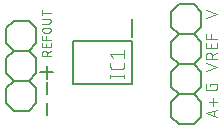
<source format=gbr>
G04 EAGLE Gerber RS-274X export*
G75*
%MOMM*%
%FSLAX34Y34*%
%LPD*%
%INSilkscreen Top*%
%IPPOS*%
%AMOC8*
5,1,8,0,0,1.08239X$1,22.5*%
G01*
%ADD10C,0.152400*%
%ADD11C,0.076200*%
%ADD12C,0.200000*%
%ADD13C,0.101600*%


D10*
X207772Y245844D02*
X218609Y245844D01*
X213191Y240425D02*
X213191Y251262D01*
X213212Y220172D02*
X213212Y209335D01*
X213212Y227051D02*
X213212Y237888D01*
D11*
X347894Y291838D02*
X357292Y294971D01*
X347894Y298104D01*
X357640Y250131D02*
X348242Y246999D01*
X348242Y253264D02*
X357640Y250131D01*
X357640Y257027D02*
X348242Y257027D01*
X348242Y259637D01*
X348241Y259637D02*
X348243Y259738D01*
X348249Y259839D01*
X348259Y259940D01*
X348272Y260040D01*
X348290Y260140D01*
X348311Y260239D01*
X348337Y260337D01*
X348366Y260434D01*
X348398Y260530D01*
X348435Y260624D01*
X348475Y260717D01*
X348519Y260809D01*
X348566Y260898D01*
X348617Y260986D01*
X348671Y261072D01*
X348728Y261155D01*
X348788Y261237D01*
X348852Y261315D01*
X348918Y261392D01*
X348988Y261465D01*
X349060Y261536D01*
X349135Y261604D01*
X349213Y261669D01*
X349293Y261731D01*
X349375Y261790D01*
X349460Y261846D01*
X349547Y261898D01*
X349635Y261947D01*
X349726Y261993D01*
X349818Y262034D01*
X349912Y262073D01*
X350007Y262107D01*
X350103Y262138D01*
X350201Y262165D01*
X350299Y262189D01*
X350399Y262208D01*
X350499Y262224D01*
X350599Y262236D01*
X350700Y262244D01*
X350801Y262248D01*
X350903Y262248D01*
X351004Y262244D01*
X351105Y262236D01*
X351205Y262224D01*
X351305Y262208D01*
X351405Y262189D01*
X351503Y262165D01*
X351601Y262138D01*
X351697Y262107D01*
X351792Y262073D01*
X351886Y262034D01*
X351978Y261993D01*
X352069Y261947D01*
X352158Y261898D01*
X352244Y261846D01*
X352329Y261790D01*
X352411Y261731D01*
X352491Y261669D01*
X352569Y261604D01*
X352644Y261536D01*
X352716Y261465D01*
X352786Y261392D01*
X352852Y261315D01*
X352916Y261237D01*
X352976Y261155D01*
X353033Y261072D01*
X353087Y260986D01*
X353138Y260898D01*
X353185Y260809D01*
X353229Y260717D01*
X353269Y260624D01*
X353306Y260530D01*
X353338Y260434D01*
X353367Y260337D01*
X353393Y260239D01*
X353414Y260140D01*
X353432Y260040D01*
X353445Y259940D01*
X353455Y259839D01*
X353461Y259738D01*
X353463Y259637D01*
X353463Y257027D01*
X353463Y260159D02*
X357640Y262248D01*
X357640Y266436D02*
X357640Y270613D01*
X357640Y266436D02*
X348242Y266436D01*
X348242Y270613D01*
X352419Y269568D02*
X352419Y266436D01*
X348242Y274360D02*
X357640Y274360D01*
X348242Y274360D02*
X348242Y278537D01*
X352419Y278537D02*
X352419Y274360D01*
X352016Y235657D02*
X352016Y234090D01*
X352016Y235657D02*
X357237Y235657D01*
X357237Y232524D01*
X357236Y232524D02*
X357234Y232435D01*
X357228Y232347D01*
X357219Y232259D01*
X357206Y232171D01*
X357189Y232084D01*
X357169Y231998D01*
X357144Y231913D01*
X357117Y231828D01*
X357085Y231745D01*
X357051Y231664D01*
X357012Y231584D01*
X356971Y231506D01*
X356926Y231429D01*
X356878Y231355D01*
X356827Y231282D01*
X356773Y231212D01*
X356715Y231145D01*
X356655Y231079D01*
X356593Y231017D01*
X356527Y230957D01*
X356460Y230899D01*
X356390Y230845D01*
X356317Y230794D01*
X356243Y230746D01*
X356166Y230701D01*
X356088Y230660D01*
X356008Y230621D01*
X355927Y230587D01*
X355844Y230555D01*
X355759Y230528D01*
X355674Y230503D01*
X355588Y230483D01*
X355501Y230466D01*
X355413Y230453D01*
X355325Y230444D01*
X355237Y230438D01*
X355148Y230436D01*
X349927Y230436D01*
X349927Y230435D02*
X349836Y230437D01*
X349745Y230443D01*
X349654Y230453D01*
X349564Y230467D01*
X349475Y230485D01*
X349386Y230506D01*
X349299Y230532D01*
X349213Y230561D01*
X349128Y230594D01*
X349044Y230631D01*
X348962Y230671D01*
X348883Y230715D01*
X348805Y230762D01*
X348729Y230813D01*
X348655Y230867D01*
X348584Y230924D01*
X348516Y230984D01*
X348450Y231047D01*
X348387Y231113D01*
X348327Y231181D01*
X348270Y231252D01*
X348216Y231326D01*
X348165Y231402D01*
X348118Y231479D01*
X348074Y231559D01*
X348034Y231641D01*
X347997Y231725D01*
X347964Y231809D01*
X347935Y231896D01*
X347909Y231983D01*
X347888Y232072D01*
X347870Y232161D01*
X347856Y232251D01*
X347846Y232342D01*
X347840Y232433D01*
X347838Y232524D01*
X347839Y232524D02*
X347839Y235657D01*
X348246Y210947D02*
X357644Y207814D01*
X357644Y214080D02*
X348246Y210947D01*
X355294Y213296D02*
X355294Y208597D01*
X353989Y217568D02*
X353989Y223833D01*
X357122Y220701D02*
X350856Y220701D01*
X216789Y259461D02*
X209423Y259461D01*
X209423Y261507D01*
X209425Y261596D01*
X209431Y261685D01*
X209441Y261774D01*
X209454Y261862D01*
X209471Y261950D01*
X209493Y262037D01*
X209518Y262122D01*
X209546Y262207D01*
X209579Y262290D01*
X209615Y262372D01*
X209654Y262452D01*
X209697Y262530D01*
X209743Y262606D01*
X209793Y262681D01*
X209846Y262753D01*
X209902Y262822D01*
X209961Y262889D01*
X210022Y262954D01*
X210087Y263015D01*
X210154Y263074D01*
X210223Y263130D01*
X210295Y263183D01*
X210370Y263233D01*
X210446Y263279D01*
X210524Y263322D01*
X210604Y263361D01*
X210686Y263397D01*
X210769Y263430D01*
X210854Y263458D01*
X210939Y263483D01*
X211026Y263505D01*
X211114Y263522D01*
X211202Y263535D01*
X211291Y263545D01*
X211380Y263551D01*
X211469Y263553D01*
X211558Y263551D01*
X211647Y263545D01*
X211736Y263535D01*
X211824Y263522D01*
X211912Y263505D01*
X211999Y263483D01*
X212084Y263458D01*
X212169Y263430D01*
X212252Y263397D01*
X212334Y263361D01*
X212414Y263322D01*
X212492Y263279D01*
X212568Y263233D01*
X212643Y263183D01*
X212715Y263130D01*
X212784Y263074D01*
X212851Y263015D01*
X212916Y262954D01*
X212977Y262889D01*
X213036Y262822D01*
X213092Y262753D01*
X213145Y262681D01*
X213195Y262606D01*
X213241Y262530D01*
X213284Y262452D01*
X213323Y262372D01*
X213359Y262290D01*
X213392Y262207D01*
X213420Y262122D01*
X213445Y262037D01*
X213467Y261950D01*
X213484Y261862D01*
X213497Y261774D01*
X213507Y261685D01*
X213513Y261596D01*
X213515Y261507D01*
X213515Y259461D01*
X213515Y261916D02*
X216789Y263553D01*
X216789Y266985D02*
X216789Y270258D01*
X216789Y266985D02*
X209423Y266985D01*
X209423Y270258D01*
X212697Y269440D02*
X212697Y266985D01*
X209423Y273324D02*
X216789Y273324D01*
X209423Y273324D02*
X209423Y276598D01*
X212697Y276598D02*
X212697Y273324D01*
X211469Y279405D02*
X214743Y279405D01*
X211469Y279405D02*
X211380Y279407D01*
X211291Y279413D01*
X211202Y279423D01*
X211114Y279436D01*
X211026Y279453D01*
X210939Y279475D01*
X210854Y279500D01*
X210769Y279528D01*
X210686Y279561D01*
X210604Y279597D01*
X210524Y279636D01*
X210446Y279679D01*
X210370Y279725D01*
X210295Y279775D01*
X210223Y279828D01*
X210154Y279884D01*
X210087Y279943D01*
X210022Y280004D01*
X209961Y280069D01*
X209902Y280136D01*
X209846Y280205D01*
X209793Y280277D01*
X209743Y280352D01*
X209697Y280428D01*
X209654Y280506D01*
X209615Y280586D01*
X209579Y280668D01*
X209546Y280751D01*
X209518Y280836D01*
X209493Y280921D01*
X209471Y281008D01*
X209454Y281096D01*
X209441Y281184D01*
X209431Y281273D01*
X209425Y281362D01*
X209423Y281451D01*
X209425Y281540D01*
X209431Y281629D01*
X209441Y281718D01*
X209454Y281806D01*
X209471Y281894D01*
X209493Y281981D01*
X209518Y282066D01*
X209546Y282151D01*
X209579Y282234D01*
X209615Y282316D01*
X209654Y282396D01*
X209697Y282474D01*
X209743Y282550D01*
X209793Y282625D01*
X209846Y282697D01*
X209902Y282766D01*
X209961Y282833D01*
X210022Y282898D01*
X210087Y282959D01*
X210154Y283018D01*
X210223Y283074D01*
X210295Y283127D01*
X210370Y283177D01*
X210446Y283223D01*
X210524Y283266D01*
X210604Y283305D01*
X210686Y283341D01*
X210769Y283374D01*
X210854Y283402D01*
X210939Y283427D01*
X211026Y283449D01*
X211114Y283466D01*
X211202Y283479D01*
X211291Y283489D01*
X211380Y283495D01*
X211469Y283497D01*
X214743Y283497D01*
X214832Y283495D01*
X214921Y283489D01*
X215010Y283479D01*
X215098Y283466D01*
X215186Y283449D01*
X215273Y283427D01*
X215358Y283402D01*
X215443Y283374D01*
X215526Y283341D01*
X215608Y283305D01*
X215688Y283266D01*
X215766Y283223D01*
X215842Y283177D01*
X215917Y283127D01*
X215989Y283074D01*
X216058Y283018D01*
X216125Y282959D01*
X216190Y282898D01*
X216251Y282833D01*
X216310Y282766D01*
X216366Y282697D01*
X216419Y282625D01*
X216469Y282550D01*
X216515Y282474D01*
X216558Y282396D01*
X216597Y282316D01*
X216633Y282234D01*
X216666Y282151D01*
X216694Y282066D01*
X216719Y281981D01*
X216741Y281894D01*
X216758Y281806D01*
X216771Y281718D01*
X216781Y281629D01*
X216787Y281540D01*
X216789Y281451D01*
X216787Y281362D01*
X216781Y281273D01*
X216771Y281184D01*
X216758Y281096D01*
X216741Y281008D01*
X216719Y280921D01*
X216694Y280836D01*
X216666Y280751D01*
X216633Y280668D01*
X216597Y280586D01*
X216558Y280506D01*
X216515Y280428D01*
X216469Y280352D01*
X216419Y280277D01*
X216366Y280205D01*
X216310Y280136D01*
X216251Y280069D01*
X216190Y280004D01*
X216125Y279943D01*
X216058Y279884D01*
X215989Y279828D01*
X215917Y279775D01*
X215842Y279725D01*
X215766Y279679D01*
X215688Y279636D01*
X215608Y279597D01*
X215526Y279561D01*
X215443Y279528D01*
X215358Y279500D01*
X215273Y279475D01*
X215186Y279453D01*
X215098Y279436D01*
X215010Y279423D01*
X214921Y279413D01*
X214832Y279407D01*
X214743Y279405D01*
X214743Y286964D02*
X209423Y286964D01*
X214743Y286964D02*
X214832Y286966D01*
X214921Y286972D01*
X215010Y286982D01*
X215098Y286995D01*
X215186Y287012D01*
X215273Y287034D01*
X215358Y287059D01*
X215443Y287087D01*
X215526Y287120D01*
X215608Y287156D01*
X215688Y287195D01*
X215766Y287238D01*
X215842Y287284D01*
X215917Y287334D01*
X215989Y287387D01*
X216058Y287443D01*
X216125Y287502D01*
X216190Y287563D01*
X216251Y287628D01*
X216310Y287695D01*
X216366Y287764D01*
X216419Y287836D01*
X216469Y287911D01*
X216515Y287987D01*
X216558Y288065D01*
X216597Y288145D01*
X216633Y288227D01*
X216666Y288310D01*
X216694Y288395D01*
X216719Y288480D01*
X216741Y288567D01*
X216758Y288655D01*
X216771Y288743D01*
X216781Y288832D01*
X216787Y288921D01*
X216789Y289010D01*
X216787Y289099D01*
X216781Y289188D01*
X216771Y289277D01*
X216758Y289365D01*
X216741Y289453D01*
X216719Y289540D01*
X216694Y289625D01*
X216666Y289710D01*
X216633Y289793D01*
X216597Y289875D01*
X216558Y289955D01*
X216515Y290033D01*
X216469Y290109D01*
X216419Y290184D01*
X216366Y290256D01*
X216310Y290325D01*
X216251Y290392D01*
X216190Y290457D01*
X216125Y290518D01*
X216058Y290577D01*
X215989Y290633D01*
X215917Y290686D01*
X215842Y290736D01*
X215766Y290782D01*
X215688Y290825D01*
X215608Y290864D01*
X215526Y290900D01*
X215443Y290933D01*
X215358Y290961D01*
X215273Y290986D01*
X215186Y291008D01*
X215098Y291025D01*
X215010Y291038D01*
X214921Y291048D01*
X214832Y291054D01*
X214743Y291056D01*
X209423Y291056D01*
X209423Y296081D02*
X216789Y296081D01*
X209423Y294035D02*
X209423Y298127D01*
D10*
X337820Y252730D02*
X344170Y246380D01*
X344170Y233680D01*
X337820Y227330D01*
X325120Y227330D01*
X318770Y233680D01*
X318770Y246380D01*
X325120Y252730D01*
X344170Y284480D02*
X344170Y297180D01*
X344170Y284480D02*
X337820Y278130D01*
X325120Y278130D01*
X318770Y284480D01*
X337820Y278130D02*
X344170Y271780D01*
X344170Y259080D01*
X337820Y252730D01*
X325120Y252730D01*
X318770Y259080D01*
X318770Y271780D01*
X325120Y278130D01*
X325120Y303530D02*
X337820Y303530D01*
X344170Y297180D01*
X325120Y303530D02*
X318770Y297180D01*
X318770Y284480D01*
X344170Y220980D02*
X344170Y208280D01*
X337820Y201930D01*
X325120Y201930D01*
X318770Y208280D01*
X337820Y227330D02*
X344170Y220980D01*
X325120Y227330D02*
X318770Y220980D01*
X318770Y208280D01*
X204470Y270510D02*
X204470Y283210D01*
X204470Y270510D02*
X198120Y264160D01*
X185420Y264160D01*
X179070Y270510D01*
X198120Y264160D02*
X204470Y257810D01*
X204470Y245110D01*
X198120Y238760D01*
X185420Y238760D01*
X179070Y245110D01*
X179070Y257810D01*
X185420Y264160D01*
X185420Y289560D02*
X198120Y289560D01*
X204470Y283210D01*
X185420Y289560D02*
X179070Y283210D01*
X179070Y270510D01*
X198120Y238760D02*
X204470Y232410D01*
X204470Y219710D01*
X198120Y213360D01*
X185420Y213360D01*
X179070Y219710D01*
X179070Y232410D01*
X185420Y238760D01*
D12*
X285350Y235500D02*
X285350Y272500D01*
X285350Y235500D02*
X235350Y235500D01*
X235350Y272500D01*
X285350Y272500D01*
X285600Y276000D02*
X285600Y290750D01*
D13*
X278892Y242422D02*
X267208Y242422D01*
X278892Y241124D02*
X278892Y243720D01*
X267208Y243720D02*
X267208Y241124D01*
X278892Y250884D02*
X278892Y253480D01*
X278892Y250884D02*
X278890Y250785D01*
X278884Y250685D01*
X278875Y250586D01*
X278862Y250488D01*
X278845Y250390D01*
X278824Y250292D01*
X278799Y250196D01*
X278771Y250101D01*
X278739Y250007D01*
X278704Y249914D01*
X278665Y249822D01*
X278622Y249732D01*
X278577Y249644D01*
X278527Y249557D01*
X278475Y249473D01*
X278419Y249390D01*
X278361Y249310D01*
X278299Y249232D01*
X278234Y249157D01*
X278166Y249084D01*
X278096Y249014D01*
X278023Y248946D01*
X277948Y248881D01*
X277870Y248819D01*
X277790Y248761D01*
X277707Y248705D01*
X277623Y248653D01*
X277536Y248603D01*
X277448Y248558D01*
X277358Y248515D01*
X277266Y248476D01*
X277173Y248441D01*
X277079Y248409D01*
X276984Y248381D01*
X276888Y248356D01*
X276790Y248335D01*
X276692Y248318D01*
X276594Y248305D01*
X276495Y248296D01*
X276395Y248290D01*
X276296Y248288D01*
X276296Y248287D02*
X269804Y248287D01*
X269705Y248289D01*
X269605Y248295D01*
X269506Y248304D01*
X269408Y248317D01*
X269310Y248335D01*
X269212Y248355D01*
X269116Y248380D01*
X269020Y248408D01*
X268926Y248440D01*
X268833Y248475D01*
X268742Y248514D01*
X268652Y248557D01*
X268563Y248602D01*
X268477Y248652D01*
X268392Y248704D01*
X268310Y248760D01*
X268230Y248819D01*
X268152Y248880D01*
X268076Y248945D01*
X268003Y249013D01*
X267933Y249083D01*
X267865Y249156D01*
X267800Y249232D01*
X267739Y249310D01*
X267680Y249390D01*
X267624Y249472D01*
X267572Y249557D01*
X267523Y249643D01*
X267477Y249732D01*
X267434Y249822D01*
X267395Y249913D01*
X267360Y250006D01*
X267328Y250100D01*
X267300Y250196D01*
X267275Y250292D01*
X267255Y250390D01*
X267237Y250488D01*
X267224Y250586D01*
X267215Y250685D01*
X267209Y250784D01*
X267207Y250884D01*
X267208Y250884D02*
X267208Y253480D01*
X269804Y257845D02*
X267208Y261091D01*
X278892Y261091D01*
X278892Y264336D02*
X278892Y257845D01*
M02*

</source>
